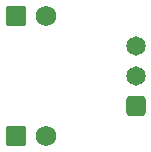
<source format=gbl>
G04 Layer_Physical_Order=2*
G04 Layer_Color=16711680*
%FSLAX25Y25*%
%MOIN*%
G70*
G01*
G75*
%ADD13C,0.06500*%
G04:AMPARAMS|DCode=14|XSize=65mil|YSize=65mil|CornerRadius=9.75mil|HoleSize=0mil|Usage=FLASHONLY|Rotation=0.000|XOffset=0mil|YOffset=0mil|HoleType=Round|Shape=RoundedRectangle|*
%AMROUNDEDRECTD14*
21,1,0.06500,0.04550,0,0,0.0*
21,1,0.04550,0.06500,0,0,0.0*
1,1,0.01950,0.02275,-0.02275*
1,1,0.01950,-0.02275,-0.02275*
1,1,0.01950,-0.02275,0.02275*
1,1,0.01950,0.02275,0.02275*
%
%ADD14ROUNDEDRECTD14*%
%ADD15C,0.06800*%
G04:AMPARAMS|DCode=16|XSize=68mil|YSize=68mil|CornerRadius=10.2mil|HoleSize=0mil|Usage=FLASHONLY|Rotation=270.000|XOffset=0mil|YOffset=0mil|HoleType=Round|Shape=RoundedRectangle|*
%AMROUNDEDRECTD16*
21,1,0.06800,0.04760,0,0,270.0*
21,1,0.04760,0.06800,0,0,270.0*
1,1,0.02040,-0.02380,-0.02380*
1,1,0.02040,-0.02380,0.02380*
1,1,0.02040,0.02380,0.02380*
1,1,0.02040,0.02380,-0.02380*
%
%ADD16ROUNDEDRECTD16*%
D13*
X150000Y140000D02*
D03*
Y130000D02*
D03*
D14*
Y120000D02*
D03*
D15*
X120000Y110000D02*
D03*
Y150000D02*
D03*
D16*
X110000Y110000D02*
D03*
Y150000D02*
D03*
M02*

</source>
